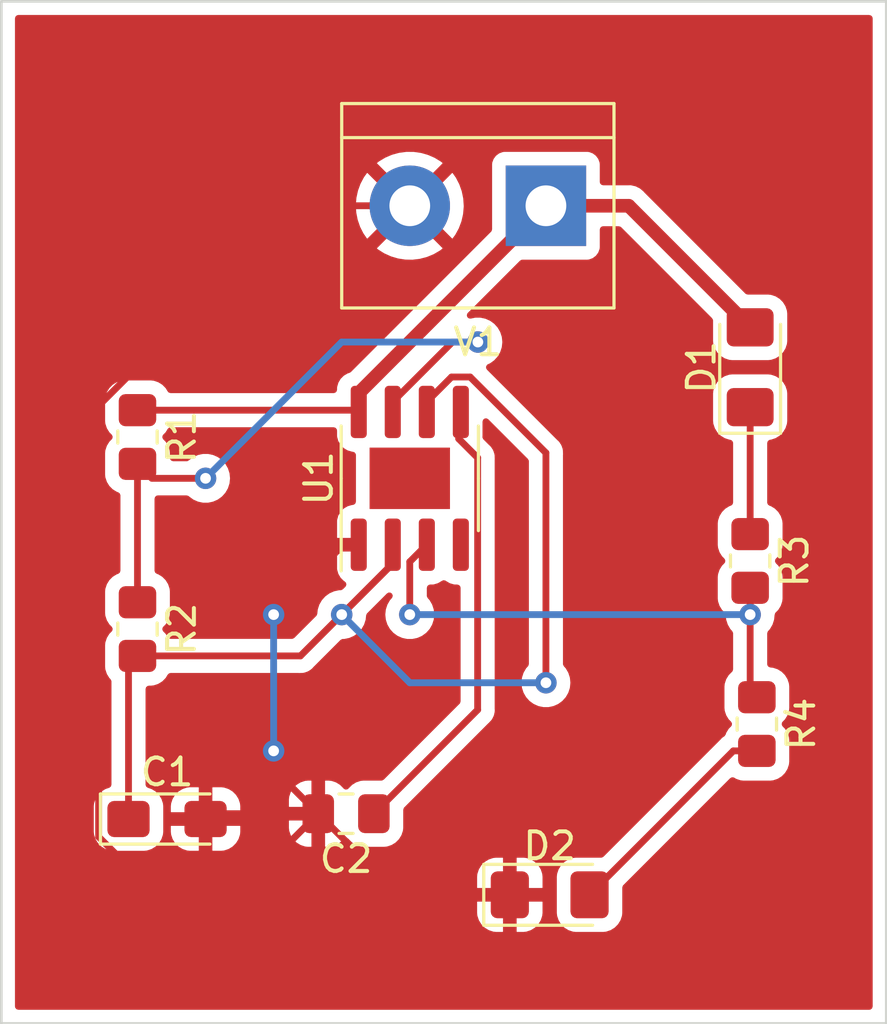
<source format=kicad_pcb>
(kicad_pcb (version 20211014) (generator pcbnew)
  (layers (0 "F.Cu" signal) (31 "B.Cu" signal) (34 "B.Paste" user) (35 "F.Paste" user) (36 "B.SilkS" user "B.Silkscreen") (37 "F.SilkS" user "F.Silkscreen") (38 "B.Mask" user) (39 "F.Mask" user) (44 "Edge.Cuts" user))
  (net 0 "")
  (net 1 "/pin_2")
  (net 2 "GND")
  (net 3 "Net-(C2-Pad1)")
  (net 4 "Net-(D1-Pad1)")
  (net 5 "Net-(D1-Pad2)")
  (net 6 "Net-(D2-Pad2)")
  (net 7 "/pin_7")
  (net 8 "/pin_3")
  (net 9 "/+9V")
  (footprint "Resistor_SMD:R_0805_2012Metric_Pad1.20x1.40mm_HandSolder" (layer "F.Cu") (at 132.08 79.74 -90)
    (fp_text reference "R1" (at 0 -1.65 90) (layer "F.SilkS"))
    (fp_text value "1k")
    (fp_line (start -0.227064 -0.735) (end 0.227064 -0.735) (layer "F.SilkS") (width 0.12))
    (fp_line (start -0.227064 0.735) (end 0.227064 0.735) (layer "F.SilkS") (width 0.12))
    (pad "1" smd roundrect (at -1 0 270) (size 1.2 1.4) (layers "F.Cu" "F.Paste" "F.Mask") (roundrect_rratio 0.2083333333) (net 5 "Net-(D1-Pad2)"))
    (pad "2" smd roundrect (at 1 0 270) (size 1.2 1.4) (layers "F.Cu" "F.Paste" "F.Mask") (roundrect_rratio 0.2083333333) (net 7 "/pin_7"))
  )
  (footprint "Package_SO:SOIC-8-1EP_3.9x4.9mm_P1.27mm_EP2.29x3mm" (layer "F.Cu") (at 142.24 81.28 90)
    (fp_text reference "U1" (at 0 -3.4 90) (layer "F.SilkS"))
    (fp_text value "NE555D")
    (fp_line (start 0 2.56) (end -1.95 2.56) (layer "F.SilkS") (width 0.12))
    (fp_line (start 0 -2.56) (end 1.95 -2.56) (layer "F.SilkS") (width 0.12))
    (fp_line (start 0 2.56) (end 1.95 2.56) (layer "F.SilkS") (width 0.12))
    (fp_line (start 0 -2.56) (end -3.45 -2.56) (layer "F.SilkS") (width 0.12))
    (pad "1" smd roundrect (at -2.475 -1.905 90) (size 1.95 0.6) (layers "F.Cu" "F.Paste" "F.Mask") (net 2 "GND"))
    (pad "2" smd roundrect (at -2.475 -0.635 90) (size 1.95 0.6) (layers "F.Cu" "F.Paste" "F.Mask") (net 1 "/pin_2"))
    (pad "3" smd roundrect (at -2.475 0.635 90) (size 1.95 0.6) (layers "F.Cu" "F.Paste" "F.Mask") (net 8 "/pin_3"))
    (pad "4" smd roundrect (at -2.475 1.905 90) (size 1.95 0.6) (layers "F.Cu" "F.Paste" "F.Mask") (net 9 "/+9V"))
    (pad "5" smd roundrect (at 2.475 1.905 90) (size 1.95 0.6) (layers "F.Cu" "F.Paste" "F.Mask") (net 3 "Net-(C2-Pad1)"))
    (pad "6" smd roundrect (at 2.475 0.635 90) (size 1.95 0.6) (layers "F.Cu" "F.Paste" "F.Mask") (net 1 "/pin_2"))
    (pad "7" smd roundrect (at 2.475 -0.635 90) (size 1.95 0.6) (layers "F.Cu" "F.Paste" "F.Mask") (net 7 "/pin_7"))
    (pad "8" smd roundrect (at 2.475 -1.905 90) (size 1.95 0.6) (layers "F.Cu" "F.Paste" "F.Mask") (net 5 "Net-(D1-Pad2)"))
    (pad "9" smd rect (at 0 0 90) (size 2.29 3) (layers "F.Cu" "F.Mask"))
  )
  (footprint "LED_SMD:LED_1206_3216Metric_Pad1.42x1.75mm_HandSolder" (layer "F.Cu") (at 154.94 77.14 90)
    (fp_text reference "D1" (at 0 -1.82 90) (layer "F.SilkS"))
    (fp_text value "LED")
    (fp_line (start 1.6 -1.135) (end -2.46 -1.135) (layer "F.SilkS") (width 0.12))
    (fp_line (start -2.46 1.135) (end 1.6 1.135) (layer "F.SilkS") (width 0.12))
    (fp_line (start -2.46 -1.135) (end -2.46 1.135) (layer "F.SilkS") (width 0.12))
    (pad "1" smd roundrect (at -1.4875 0 90) (size 1.425 1.75) (layers "F.Cu" "F.Paste" "F.Mask") (roundrect_rratio 0.1754392982) (net 4 "Net-(D1-Pad1)"))
    (pad "2" smd roundrect (at 1.4875 0 90) (size 1.425 1.75) (layers "F.Cu" "F.Paste" "F.Mask") (roundrect_rratio 0.1754392982) (net 5 "Net-(D1-Pad2)"))
  )
  (footprint "Resistor_SMD:R_0805_2012Metric_Pad1.20x1.40mm_HandSolder" (layer "F.Cu") (at 155.19 90.44 -90)
    (fp_text reference "R4" (at 0 -1.65 90) (layer "F.SilkS"))
    (fp_text value "1k")
    (fp_line (start -0.227064 0.735) (end 0.227064 0.735) (layer "F.SilkS") (width 0.12))
    (fp_line (start -0.227064 -0.735) (end 0.227064 -0.735) (layer "F.SilkS") (width 0.12))
    (pad "1" smd roundrect (at -1 0 270) (size 1.2 1.4) (layers "F.Cu" "F.Paste" "F.Mask") (roundrect_rratio 0.2083333333) (net 8 "/pin_3"))
    (pad "2" smd roundrect (at 1 0 270) (size 1.2 1.4) (layers "F.Cu" "F.Paste" "F.Mask") (roundrect_rratio 0.2083333333) (net 6 "Net-(D2-Pad2)"))
  )
  (footprint "Capacitor_Tantalum_SMD:CP_EIA-3216-18_Kemet-A_Pad1.58x1.35mm_HandSolder" (layer "F.Cu") (at 133.1825 93.98)
    (fp_text reference "C1" (at 0 -1.75) (layer "F.SilkS"))
    (fp_text value "10uF")
    (fp_line (start -2.485 0.935) (end 1.6 0.935) (layer "F.SilkS") (width 0.12))
    (fp_line (start 1.6 -0.935) (end -2.485 -0.935) (layer "F.SilkS") (width 0.12))
    (fp_line (start -2.485 -0.935) (end -2.485 0.935) (layer "F.SilkS") (width 0.12))
    (pad "1" smd roundrect (at -1.4375 0) (size 1.575 1.35) (layers "F.Cu" "F.Paste" "F.Mask") (roundrect_rratio 0.1851851852) (net 1 "/pin_2"))
    (pad "2" smd roundrect (at 1.4375 0) (size 1.575 1.35) (layers "F.Cu" "F.Paste" "F.Mask") (roundrect_rratio 0.1851851852) (net 2 "GND"))
  )
  (footprint "LED_SMD:LED_1206_3216Metric_Pad1.42x1.75mm_HandSolder" (layer "F.Cu") (at 147.46 96.805)
    (fp_text reference "D2" (at 0 -1.82) (layer "F.SilkS"))
    (fp_text value "LED")
    (fp_line (start -2.46 1.135) (end 1.6 1.135) (layer "F.SilkS") (width 0.12))
    (fp_line (start 1.6 -1.135) (end -2.46 -1.135) (layer "F.SilkS") (width 0.12))
    (fp_line (start -2.46 -1.135) (end -2.46 1.135) (layer "F.SilkS") (width 0.12))
    (pad "1" smd roundrect (at -1.4875 0) (size 1.425 1.75) (layers "F.Cu" "F.Paste" "F.Mask") (roundrect_rratio 0.1754392982) (net 2 "GND"))
    (pad "2" smd roundrect (at 1.4875 0) (size 1.425 1.75) (layers "F.Cu" "F.Paste" "F.Mask") (roundrect_rratio 0.1754392982) (net 6 "Net-(D2-Pad2)"))
  )
  (footprint "Resistor_SMD:R_0805_2012Metric_Pad1.20x1.40mm_HandSolder" (layer "F.Cu") (at 132.08 86.9 -90)
    (fp_text reference "R2" (at 0 -1.65 90) (layer "F.SilkS"))
    (fp_text value "10k")
    (fp_line (start -0.227064 -0.735) (end 0.227064 -0.735) (layer "F.SilkS") (width 0.12))
    (fp_line (start -0.227064 0.735) (end 0.227064 0.735) (layer "F.SilkS") (width 0.12))
    (pad "1" smd roundrect (at -1 0 270) (size 1.2 1.4) (layers "F.Cu" "F.Paste" "F.Mask") (roundrect_rratio 0.2083333333) (net 7 "/pin_7"))
    (pad "2" smd roundrect (at 1 0 270) (size 1.2 1.4) (layers "F.Cu" "F.Paste" "F.Mask") (roundrect_rratio 0.2083333333) (net 1 "/pin_2"))
  )
  (footprint "TerminalBlock:TerminalBlock_bornier-2_P5.08mm" (layer "F.Cu") (at 147.32 71.12 180)
    (fp_text reference "V1" (at 2.54 -5.08) (layer "F.SilkS"))
    (fp_text value "9V")
    (fp_line (start 7.62 3.81) (end 7.62 -3.81) (layer "F.SilkS") (width 0.12))
    (fp_line (start 7.62 -3.81) (end -2.54 -3.81) (layer "F.SilkS") (width 0.12))
    (fp_line (start -2.54 3.81) (end 7.62 3.81) (layer "F.SilkS") (width 0.12))
    (fp_line (start -2.54 -3.81) (end -2.54 3.81) (layer "F.SilkS") (width 0.12))
    (fp_line (start 7.62 2.54) (end -2.54 2.54) (layer "F.SilkS") (width 0.12))
    (pad "1" thru_hole rect (at 0 0 180) (size 3 3) (drill 1.52) (layers *.Cu *.Mask) (net 5 "Net-(D1-Pad2)"))
    (pad "2" thru_hole circle (at 5.08 0 180) (size 3 3) (drill 1.52) (layers *.Cu *.Mask) (net 2 "GND"))
  )
  (footprint "Resistor_SMD:R_0805_2012Metric_Pad1.20x1.40mm_HandSolder" (layer "F.Cu") (at 154.94 84.36 -90)
    (fp_text reference "R3" (at 0 -1.65 90) (layer "F.SilkS"))
    (fp_text value "1k")
    (fp_line (start -0.227064 -0.735) (end 0.227064 -0.735) (layer "F.SilkS") (width 0.12))
    (fp_line (start -0.227064 0.735) (end 0.227064 0.735) (layer "F.SilkS") (width 0.12))
    (pad "1" smd roundrect (at -1 0 270) (size 1.2 1.4) (layers "F.Cu" "F.Paste" "F.Mask") (roundrect_rratio 0.2083333333) (net 4 "Net-(D1-Pad1)"))
    (pad "2" smd roundrect (at 1 0 270) (size 1.2 1.4) (layers "F.Cu" "F.Paste" "F.Mask") (roundrect_rratio 0.2083333333) (net 8 "/pin_3"))
  )
  (footprint "Capacitor_SMD:C_0805_2012Metric_Pad1.18x1.45mm_HandSolder" (layer "F.Cu") (at 139.8625 93.781252 180)
    (fp_text reference "C2" (at 0 -1.68) (layer "F.SilkS"))
    (fp_text value "0.01uF")
    (fp_line (start -0.261252 -0.735) (end 0.261252 -0.735) (layer "F.SilkS") (width 0.12))
    (fp_line (start -0.261252 0.735) (end 0.261252 0.735) (layer "F.SilkS") (width 0.12))
    (pad "1" smd roundrect (at -1.0375 0 180) (size 1.175 1.45) (layers "F.Cu" "F.Paste" "F.Mask") (roundrect_rratio 0.2127659574) (net 3 "Net-(C2-Pad1)"))
    (pad "2" smd roundrect (at 1.0375 0 180) (size 1.175 1.45) (layers "F.Cu" "F.Paste" "F.Mask") (roundrect_rratio 0.2127659574) (net 2 "GND"))
  )
  (gr_rect (start 127 63.5) (end 160.02 101.6) (layer "Edge.Cuts") (width 0.1) (fill none))
  (segment (start 143.79742 77.503) (end 144.49258 77.503) (width 0.254) (layer "F.Cu") (net 1))
  (segment (start 141.67 83.82) (end 141.67 84.39) (width 0.254) (layer "F.Cu") (net 1))
  (segment (start 144.49258 77.503) (end 147.32 80.33042) (width 0.254) (layer "F.Cu") (net 1))
  (segment (start 141.605 83.755) (end 141.67 83.82) (width 0.254) (layer "F.Cu") (net 1))
  (segment (start 131.745 93.98) (end 131.745 88.235) (width 0.254) (layer "F.Cu") (net 1))
  (segment (start 142.875 78.805) (end 142.875 78.42542) (width 0.254) (layer "F.Cu") (net 1))
  (segment (start 139.7 86.36) (end 138.16 87.9) (width 0.254) (layer "F.Cu") (net 1))
  (segment (start 147.32 80.33042) (end 147.32 88.9) (width 0.254) (layer "F.Cu") (net 1))
  (segment (start 131.745 88.235) (end 132.08 87.9) (width 0.254) (layer "F.Cu") (net 1))
  (segment (start 142.875 78.42542) (end 143.79742 77.503) (width 0.254) (layer "F.Cu") (net 1))
  (segment (start 141.605 83.755) (end 141.725933 83.875933) (width 0.254) (layer "F.Cu") (net 1))
  (segment (start 141.605 83.755) (end 141.605 84.455) (width 0.254) (layer "F.Cu") (net 1))
  (segment (start 141.67 84.39) (end 139.7 86.36) (width 0.254) (layer "F.Cu") (net 1))
  (segment (start 138.16 87.9) (end 132.08 87.9) (width 0.254) (layer "F.Cu") (net 1))
  (segment (start 141.605 84.455) (end 139.7 86.36) (width 0.254) (layer "F.Cu") (net 1))
  (via (at 139.7 86.36) (size 0.8) (drill 0.4) (layers "F.Cu" "B.Cu") (net 1))
  (via (at 147.32 88.9) (size 0.8) (drill 0.4) (layers "F.Cu" "B.Cu") (net 1))
  (segment (start 142.24 88.9) (end 139.7 86.36) (width 0.254) (layer "B.Cu") (net 1))
  (segment (start 147.32 88.9) (end 142.24 88.9) (width 0.254) (layer "B.Cu") (net 1))
  (segment (start 138.825 93.781252) (end 134.818748 93.781252) (width 0.254) (layer "F.Cu") (net 2))
  (segment (start 137.16 92.116252) (end 137.16 91.44) (width 0.254) (layer "F.Cu") (net 2))
  (segment (start 138.083999 71.12) (end 130.6305 78.573499) (width 0.254) (layer "F.Cu") (net 2))
  (segment (start 130.6305 94.644001) (end 132.506499 96.52) (width 0.254) (layer "F.Cu") (net 2))
  (segment (start 130.6305 78.573499) (end 130.6305 94.644001) (width 0.254) (layer "F.Cu") (net 2))
  (segment (start 134.818748 93.781252) (end 134.62 93.98) (width 0.254) (layer "F.Cu") (net 2))
  (segment (start 142.24 71.12) (end 138.083999 71.12) (width 0.254) (layer "F.Cu") (net 2))
  (segment (start 138.825 93.781252) (end 137.16 92.116252) (width 0.254) (layer "F.Cu") (net 2))
  (segment (start 132.506499 96.52) (end 136.086252 96.52) (width 0.254) (layer "F.Cu") (net 2))
  (segment (start 145.9725 96.805) (end 141.848748 96.805) (width 0.254) (layer "F.Cu") (net 2))
  (segment (start 141.848748 96.805) (end 138.825 93.781252) (width 0.254) (layer "F.Cu") (net 2))
  (segment (start 139.765 83.755) (end 137.16 86.36) (width 0.254) (layer "F.Cu") (net 2))
  (segment (start 136.086252 96.52) (end 138.825 93.781252) (width 0.254) (layer "F.Cu") (net 2))
  (segment (start 140.335 83.755) (end 139.765 83.755) (width 0.254) (layer "F.Cu") (net 2))
  (via (at 137.16 91.44) (size 0.8) (drill 0.4) (layers "F.Cu" "B.Cu") (net 2))
  (via (at 137.16 86.36) (size 0.8) (drill 0.4) (layers "F.Cu" "B.Cu") (net 2))
  (segment (start 137.16 91.44) (end 137.16 86.36) (width 0.254) (layer "B.Cu") (net 2))
  (segment (start 144.067 79.808) (end 144.067 78.883) (width 0.254) (layer "F.Cu") (net 3))
  (segment (start 144.772 89.909252) (end 144.772 86.368) (width 0.254) (layer "F.Cu") (net 3))
  (segment (start 144.772 80.513) (end 144.067 79.808) (width 0.254) (layer "F.Cu") (net 3))
  (segment (start 140.9 93.781252) (end 144.772 89.909252) (width 0.254) (layer "F.Cu") (net 3))
  (segment (start 144.772 86.368) (end 144.772 80.513) (width 0.254) (layer "F.Cu") (net 3))
  (segment (start 144.067 78.883) (end 144.145 78.805) (width 0.254) (layer "F.Cu") (net 3))
  (segment (start 154.94 78.6275) (end 154.94 83.36) (width 0.254) (layer "F.Cu") (net 4))
  (segment (start 140.335 78.105) (end 140.335 78.805) (width 0.254) (layer "F.Cu") (net 5))
  (segment (start 147.32 71.12) (end 150.4075 71.12) (width 0.508) (layer "F.Cu") (net 5))
  (segment (start 140.27 78.74) (end 140.335 78.805) (width 0.254) (layer "F.Cu") (net 5))
  (segment (start 132.08 78.74) (end 140.27 78.74) (width 0.254) (layer "F.Cu") (net 5))
  (segment (start 147.32 71.12) (end 140.335 78.105) (width 0.508) (layer "F.Cu") (net 5))
  (segment (start 150.4075 71.12) (end 154.94 75.6525) (width 0.508) (layer "F.Cu") (net 5))
  (segment (start 155.19 91.44) (end 154.3125 91.44) (width 0.254) (layer "F.Cu") (net 6))
  (segment (start 154.3125 91.44) (end 148.9475 96.805) (width 0.254) (layer "F.Cu") (net 6))
  (segment (start 143.83042 76.2) (end 144.78 76.2) (width 0.254) (layer "F.Cu") (net 7))
  (segment (start 132.08 85.9) (end 132.08 80.74) (width 0.254) (layer "F.Cu") (net 7))
  (segment (start 132.08 80.74) (end 132.62 81.28) (width 0.254) (layer "F.Cu") (net 7))
  (segment (start 141.605 78.42542) (end 143.83042 76.2) (width 0.254) (layer "F.Cu") (net 7))
  (segment (start 132.62 81.28) (end 134.62 81.28) (width 0.254) (layer "F.Cu") (net 7))
  (segment (start 141.605 78.805) (end 141.605 78.42542) (width 0.254) (layer "F.Cu") (net 7))
  (via (at 144.78 76.2) (size 0.8) (drill 0.4) (layers "F.Cu" "B.Cu") (net 7))
  (via (at 134.62 81.28) (size 0.8) (drill 0.4) (layers "F.Cu" "B.Cu") (net 7))
  (segment (start 139.7 76.2) (end 134.62 81.28) (width 0.254) (layer "B.Cu") (net 7))
  (segment (start 144.78 76.2) (end 139.7 76.2) (width 0.254) (layer "B.Cu") (net 7))
  (segment (start 154.94 86.36) (end 154.94 89.19) (width 0.254) (layer "F.Cu") (net 8))
  (segment (start 154.94 89.19) (end 155.19 89.44) (width 0.254) (layer "F.Cu") (net 8))
  (segment (start 154.94 85.36) (end 154.94 86.36) (width 0.254) (layer "F.Cu") (net 8))
  (segment (start 142.875 83.755) (end 142.24 84.39) (width 0.254) (layer "F.Cu") (net 8))
  (segment (start 142.24 84.39) (end 142.24 86.36) (width 0.254) (layer "F.Cu") (net 8))
  (via (at 142.24 86.36) (size 0.8) (drill 0.4) (layers "F.Cu" "B.Cu") (net 8))
  (via (at 154.94 86.36) (size 0.8) (drill 0.4) (layers "F.Cu" "B.Cu") (net 8))
  (segment (start 142.24 86.36) (end 154.94 86.36) (width 0.254) (layer "B.Cu") (net 8))
  (zone (net 2) (net_name "GND") (layer "F.Cu") (connect_pads (clearance 0.508)) (min_thickness 0.254) (fill yes (thermal_gap 0.508) (thermal_bridge_width 0.508))
    (polygon (pts (xy 160.02 101.6) (xy 127 101.6) (xy 127 63.5) (xy 160.02 63.5)))
  )
)
</source>
